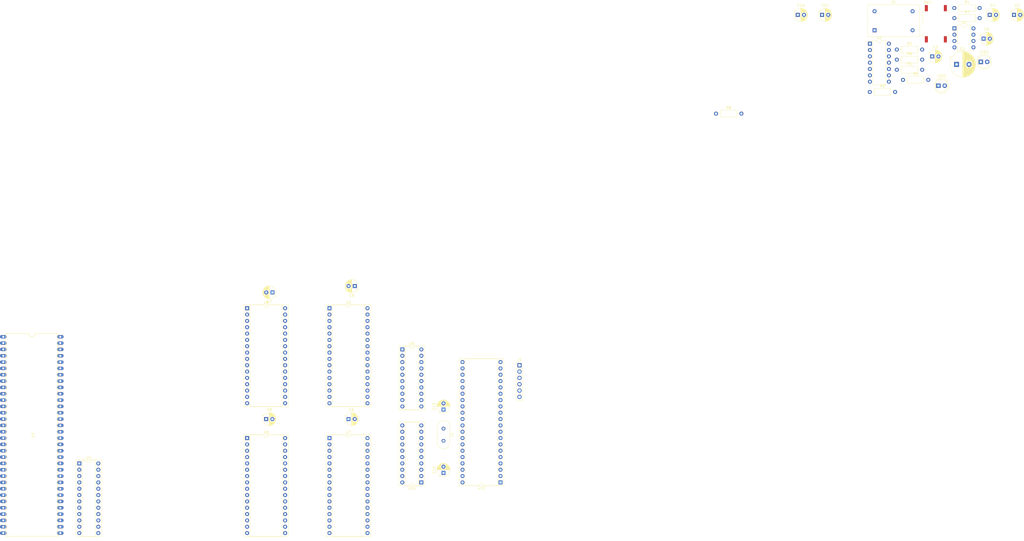
<source format=kicad_pcb>
(kicad_pcb (version 20211014) (generator pcbnew)
  (layers (0 "F.Cu" signal) (31 "B.Cu" signal) (34 "B.Paste" user) (35 "F.Paste" user) (36 "B.SilkS" user "B.Silkscreen") (37 "F.SilkS" user "F.Silkscreen") (38 "B.Mask" user) (39 "F.Mask" user) (44 "Edge.Cuts" user))
  (net 0 "")
  (net 1 "Net-(C1-Pad1)")
  (net 2 "GND")
  (net 3 "VCC")
  (net 4 "Net-(C2-Pad2)")
  (net 5 "Net-(C12-Pad2)")
  (net 6 "Net-(C13-Pad2)")
  (net 9 "RXDA")
  (net 10 "TXDA")
  (net 12 "{slash}RESET")
  (net 13 "Net-(LED1-Pad2)")
  (net 14 "Net-(LED2-Pad1)")
  (net 15 "Net-(LED2-Pad2)")
  (net 16 "Net-(R2-Pad1)")
  (net 17 "{slash}HALT")
  (net 18 "Net-(R7-Pad2)")
  (net 19 "Net-(R8-Pad2)")
  (net 22 "Net-(U1-Pad3)")
  (net 24 "D4")
  (net 25 "D3")
  (net 26 "D2")
  (net 27 "D1")
  (net 28 "D0")
  (net 29 "~{AS}")
  (net 30 "~{UDS}")
  (net 31 "~{LDS}")
  (net 32 "R{slash}~{W}")
  (net 34 "CLK")
  (net 35 "~{HALT}")
  (net 36 "~{RESET}")
  (net 42 "A1")
  (net 43 "A2")
  (net 44 "A3")
  (net 45 "A4")
  (net 46 "A5")
  (net 47 "A6")
  (net 48 "A7")
  (net 49 "A8")
  (net 50 "A9")
  (net 51 "A10")
  (net 52 "A11")
  (net 53 "A12")
  (net 54 "A13")
  (net 55 "A14")
  (net 56 "A15")
  (net 57 "A16")
  (net 58 "A17")
  (net 59 "A18")
  (net 60 "A19")
  (net 61 "A20")
  (net 62 "A21")
  (net 63 "A22")
  (net 64 "A23")
  (net 65 "D15")
  (net 66 "D14")
  (net 67 "D13")
  (net 68 "D12")
  (net 69 "D11")
  (net 70 "D10")
  (net 71 "D9")
  (net 72 "D8")
  (net 73 "D7")
  (net 74 "D6")
  (net 75 "D5")
  (net 80 "~{ROMSEL}")
  (net 81 "~{RAM0SEL}")
  (net 82 "~{DUARTSEL}")
  (net 83 "~{ODDREAD}")
  (net 84 "~{EVENREAD}")
  (net 85 "~{EVENWRITE}")
  (net 90 "~{ODDWRITE}")
  (net 96 "/DUART/RS1")
  (footprint "Capacitor_THT:CP_Radial_D5.0mm_P2.50mm" (layer "F.Cu") (at 417.25 -86.5)
    (fp_text reference "C5" (at 1.25 -3.75) (layer "F.SilkS"))
    (fp_text value "100nF")
    (pad "1" thru_hole rect (at 0 0) (size 1.6 1.6) (drill 0.8) (layers *.Cu *.Mask) (net 3 "VCC"))
    (pad "2" thru_hole circle (at 2.5 0) (size 1.6 1.6) (drill 0.8) (layers *.Cu *.Mask) (net 2 "GND"))
  )
  (footprint "Resistor_THT:R_Axial_DIN0207_L6.3mm_D2.5mm_P10.16mm_Horizontal" (layer "F.Cu") (at 405.505302 -98.8)
    (fp_text reference "R4" (at 5.08 -2.37) (layer "F.SilkS"))
    (fp_text value "4K7")
    (pad "1" thru_hole circle (at 0 0) (size 1.6 1.6) (drill 0.8) (layers *.Cu *.Mask) (net 3 "VCC"))
    (pad "2" thru_hole oval (at 10.16 0) (size 1.6 1.6) (drill 0.8) (layers *.Cu *.Mask) (net 17 "{slash}HALT"))
  )
  (footprint "Connector_PinHeader_2.54mm:PinHeader_1x06_P2.54mm_Vertical" (layer "F.Cu") (at 231.14 44.45)
    (fp_text reference "J1" (at 0 -2.33) (layer "F.SilkS"))
    (fp_text value "Conn_01x06_Male")
    (pad "1" thru_hole rect (at 0 0) (size 1.7 1.7) (drill 1) (layers *.Cu *.Mask) (net 2 "GND"))
    (pad "2" thru_hole oval (at 0 2.54) (size 1.7 1.7) (drill 1) (layers *.Cu *.Mask))
    (pad "3" thru_hole oval (at 0 5.08) (size 1.7 1.7) (drill 1) (layers *.Cu *.Mask))
    (pad "4" thru_hole oval (at 0 7.62) (size 1.7 1.7) (drill 1) (layers *.Cu *.Mask) (net 9 "RXDA"))
    (pad "5" thru_hole oval (at 0 10.16) (size 1.7 1.7) (drill 1) (layers *.Cu *.Mask) (net 10 "TXDA"))
    (pad "6" thru_hole oval (at 0 12.7) (size 1.7 1.7) (drill 1) (layers *.Cu *.Mask))
  )
  (footprint "matsb:MC68000-DIL64" (layer "F.Cu") (at 35.56 72.39 -90)
    (fp_text reference "U3" (at 0 -0.5 -90 unlocked) (layer "F.SilkS"))
    (fp_text value "68010P10")
    (pad "1" thru_hole oval (at -39.37 11.43) (size 2.6416 1.3208) (drill 0.8128) (layers *.Cu *.Mask) (net 24 "D4"))
    (pad "2" thru_hole oval (at -36.83 11.43) (size 2.6416 1.3208) (drill 0.8128) (layers *.Cu *.Mask) (net 25 "D3"))
    (pad "3" thru_hole oval (at -34.29 11.43) (size 2.6416 1.3208) (drill 0.8128) (layers *.Cu *.Mask) (net 26 "D2"))
    (pad "4" thru_hole oval (at -31.75 11.43) (size 2.6416 1.3208) (drill 0.8128) (layers *.Cu *.Mask) (net 27 "D1"))
    (pad "5" thru_hole oval (at -29.21 11.43) (size 2.6416 1.3208) (drill 0.8128) (layers *.Cu *.Mask) (net 28 "D0"))
    (pad "6" thru_hole oval (at -26.67 11.43) (size 2.6416 1.3208) (drill 0.8128) (layers *.Cu *.Mask) (net 29 "~{AS}"))
    (pad "7" thru_hole oval (at -24.13 11.43) (size 2.6416 1.3208) (drill 0.8128) (layers *.Cu *.Mask) (net 30 "~{UDS}"))
    (pad "8" thru_hole oval (at -21.59 11.43) (size 2.6416 1.3208) (drill 0.8128) (layers *.Cu *.Mask) (net 31 "~{LDS}"))
    (pad "9" thru_hole oval (at -19.05 11.43) (size 2.6416 1.3208) (drill 0.8128) (layers *.Cu *.Mask) (net 32 "R{slash}~{W}"))
    (pad "10" thru_hole oval (at -16.51 11.43) (size 2.6416 1.3208) (drill 0.8128) (layers *.Cu *.Mask) (net 2 "GND"))
    (pad "11" thru_hole oval (at -13.97 11.43) (size 2.6416 1.3208) (drill 0.8128) (layers *.Cu *.Mask))
    (pad "12" thru_hole oval (at -11.43 11.43) (size 2.6416 1.3208) (drill 0.8128) (layers *.Cu *.Mask) (net 19 "Net-(R8-Pad2)"))
    (pad "13" thru_hole oval (at -8.89 11.43) (size 2.6416 1.3208) (drill 0.8128) (layers *.Cu *.Mask) (net 19 "Net-(R8-Pad2)"))
    (pad "14" thru_hole oval (at -6.35 11.43) (size 2.6416 1.3208) (drill 0.8128) (layers *.Cu *.Mask) (net 3 "VCC"))
    (pad "15" thru_hole oval (at -3.81 11.43) (size 2.6416 1.3208) (drill 0.8128) (layers *.Cu *.Mask) (net 34 "CLK"))
    (pad "16" thru_hole oval (at -1.27 11.43) (size 2.6416 1.3208) (drill 0.8128) (layers *.Cu *.Mask) (net 2 "GND"))
    (pad "17" thru_hole oval (at 1.27 11.43) (size 2.6416 1.3208) (drill 0.8128) (layers *.Cu *.Mask) (net 35 "~{HALT}"))
    (pad "18" thru_hole oval (at 3.81 11.43) (size 2.6416 1.3208) (drill 0.8128) (layers *.Cu *.Mask) (net 36 "~{RESET}"))
    (pad "19" thru_hole oval (at 6.35 11.43) (size 2.6416 1.3208) (drill 0.8128) (layers *.Cu *.Mask))
    (pad "20" thru_hole oval (at 8.89 11.43) (size 2.6416 1.3208) (drill 0.8128) (layers *.Cu *.Mask))
    (pad "21" thru_hole oval (at 11.43 11.43) (size 2.6416 1.3208) (drill 0.8128) (layers *.Cu *.Mask) (net 19 "Net-(R8-Pad2)"))
    (pad "22" thru_hole oval (at 13.97 11.43) (size 2.6416 1.3208) (drill 0.8128) (layers *.Cu *.Mask) (net 19 "Net-(R8-Pad2)"))
    (pad "23" thru_hole oval (at 16.51 11.43) (size 2.6416 1.3208) (drill 0.8128) (layers *.Cu *.Mask) (net 19 "Net-(R8-Pad2)"))
    (pad "24" thru_hole oval (at 19.05 11.43) (size 2.6416 1.3208) (drill 0.8128) (layers *.Cu *.Mask) (net 19 "Net-(R8-Pad2)"))
    (pad "25" thru_hole oval (at 21.59 11.43) (size 2.6416 1.3208) (drill 0.8128) (layers *.Cu *.Mask) (net 19 "Net-(R8-Pad2)"))
    (pad "26" thru_hole oval (at 24.13 11.43) (size 2.6416 1.3208) (drill 0.8128) (layers *.Cu *.Mask))
    (pad "27" thru_hole oval (at 26.67 11.43) (size 2.6416 1.3208) (drill 0.8128) (layers *.Cu *.Mask))
    (pad "28" thru_hole oval (at 29.21 11.43) (size 2.6416 1.3208) (drill 0.8128) (layers *.Cu *.Mask))
    (pad "29" thru_hole oval (at 31.75 11.43) (size 2.6416 1.3208) (drill 0.8128) (layers *.Cu *.Mask) (net 42 "A1"))
    (pad "30" thru_hole oval (at 34.29 11.43) (size 2.6416 1.3208) (drill 0.8128) (layers *.Cu *.Mask) (net 43 "A2"))
    (pad "31" thru_hole oval (at 36.83 11.43) (size 2.6416 1.3208) (drill 0.8128) (layers *.Cu *.Mask) (net 44 "A3"))
    (pad "32" thru_hole oval (at 39.37 11.43) (size 2.6416 1.3208) (drill 0.8128) (layers *.Cu *.Mask) (net 45 "A4"))
    (pad "33" thru_hole oval (at 39.37 -11.43) (size 2.6416 1.3208) (drill 0.8128) (layers *.Cu *.Mask) (net 46 "A5"))
    (pad "34" thru_hole oval (at 36.83 -11.43) (size 2.6416 1.3208) (drill 0.8128) (layers *.Cu *.Mask) (net 47 "A6"))
    (pad "35" thru_hole oval (at 34.29 -11.43) (size 2.6416 1.3208) (drill 0.8128) (layers *.Cu *.Mask) (net 48 "A7"))
    (pad "36" thru_hole oval (at 31.75 -11.43) (size 2.6416 1.3208) (drill 0.8128) (layers *.Cu *.Mask) (net 49 "A8"))
    (pad "37" thru_hole oval (at 29.21 -11.43) (size 2.6416 1.3208) (drill 0.8128) (layers *.Cu *.Mask) (net 50 "A9"))
    (pad "38" thru_hole oval (at 26.67 -11.43) (size 2.6416 1.3208) (drill 0.8128) (layers *.Cu *.Mask) (net 51 "A10"))
    (pad "39" thru_hole oval (at 24.13 -11.43) (size 2.6416 1.3208) (drill 0.8128) (layers *.Cu *.Mask) (net 52 "A11"))
    (pad "40" thru_hole oval (at 21.59 -11.43) (size 2.6416 1.3208) (drill 0.8128) (layers *.Cu *.Mask) (net 53 "A12"))
    (pad "41" thru_hole oval (at 19.05 -11.43) (size 2.6416 1.3208) (drill 0.8128) (layers *.Cu *.Mask) (net 54 "A13"))
    (pad "42" thru_hole oval (at 16.51 -11.43) (size 2.6416 1.3208) (drill 0.8128) (layers *.Cu *.Mask) (net 55 "A14"))
    (pad "43" thru_hole oval (at 13.97 -11.43) (size 2.6416 1.3208) (drill 0.8128) (layers *.Cu *.Mask) (net 56 "A15"))
    (pad "44" thru_hole oval (at 11.43 -11.43) (size 2.6416 1.3208) (drill 0.8128) (layers *.Cu *.Mask) (net 57 "A16"))
    (pad "45" thru_hole oval (at 8.89 -11.43) (size 2.6416 1.3208) (drill 0.8128) (layers *.Cu *.Mask) (net 58 "A17"))
    (pad "46" thru_hole oval (at 6.35 -11.43) (size 2.6416 1.3208) (drill 0.8128) (layers *.Cu *.Mask) (net 59 "A18"))
    (pad "47" thru_hole oval (at 3.81 -11.43) (size 2.6416 1.3208) (drill 0.8128) (layers *.Cu *.Mask) (net 60 "A19"))
    (pad "48" thru_hole oval (at 1.27 -11.43) (size 2.6416 1.3208) (drill 0.8128) (layers *.Cu *.Mask) (net 61 "A20"))
    (pad "49" thru_hole oval (at -1.27 -11.43) (size 2.6416 1.3208) (drill 0.8128) (layers *.Cu *.Mask) (net 3 "VCC"))
    (pad "50" thru_hole oval (at -3.81 -11.43) (size 2.6416 1.3208) (drill 0.8128) (layers *.Cu *.Mask) (net 62 "A21"))
    (pad "51" thru_hole oval (at -6.35 -11.43) (size 2.6416 1.3208) (drill 0.8128) (layers *.Cu *.Mask) (net 63 "A22"))
    (pad "52" thru_hole oval (at -8.89 -11.43) (size 2.6416 1.3208) (drill 0.8128) (layers *.Cu *.Mask) (net 64 "A23"))
    (pad "53" thru_hole oval (at -11.43 -11.43) (size 2.6416 1.3208) (drill 0.8128) (layers *.Cu *.Mask) (net 2 "GND"))
    (pad "54" thru_hole oval (at -13.97 -11.43) (size 2.6416 1.3208) (drill 0.8128) (layers *.Cu *.Mask) (net 65 "D15"))
    (pad "55" thru_hole oval (at -16.51 -11.43) (size 2.6416 1.3208) (drill 0.8128) (layers *.Cu *.Mask) (net 66 "D14"))
    (pad "56" thru_hole oval (at -19.05 -11.43) (size 2.6416 1.3208) (drill 0.8128) (layers *.Cu *.Mask) (net 67 "D13"))
    (pad "57" thru_hole oval (at -21.59 -11.43) (size 2.6416 1.3208) (drill 0.8128) (layers *.Cu *.Mask) (net 68 "D12"))
    (pad "58" thru_hole oval (at -24.13 -11.43) (size 2.6416 1.3208) (drill 0.8128) (layers *.Cu *.Mask) (net 69 "D11"))
    (pad "59" thru_hole oval (at -26.67 -11.43) (size 2.6416 1.3208) (drill 0.8128) (layers *.Cu *.Mask) (net 70 "D10"))
    (pad "60" thru_hole oval (at -29.21 -11.43) (size 2.6416 1.3208) (drill 0.8128) (layers *.Cu *.Mask) (net 71 "D9"))
    (pad "61" thru_hole oval (at -31.75 -11.43) (size 2.6416 1.3208) (drill 0.8128) (layers *.Cu *.Mask) (net 72 "D8"))
    (pad "62" thru_hole oval (at -34.29 -11.43) (size 2.6416 1.3208) (drill 0.8128) (layers *.Cu *.Mask) (net 73 "D7"))
    (pad "63" thru_hole oval (at -36.83 -11.43) (size 2.6416 1.3208) (drill 0.8128) (layers *.Cu *.Mask) (net 74 "D6"))
    (pad "64" thru_hole oval (at -39.37 -11.43) (size 2.6416 1.3208) (drill 0.8128) (layers *.Cu *.Mask) (net 75 "D5"))
  )
  (footprint "Crystal:Crystal_HC18-U_Vertical" (layer "F.Cu") (at 200.66 69.85 -90)
    (fp_text reference "Y1" (at 2.45 -3.525 90) (layer "F.SilkS"))
    (fp_text value "Crystal")
    (pad "1" thru_hole circle (at 0 0 270) (size 1.5 1.5) (drill 0.8) (layers *.Cu *.Mask) (net 6 "Net-(C13-Pad2)"))
    (pad "2" thru_hole circle (at 4.9 0 270) (size 1.5 1.5) (drill 0.8) (layers *.Cu *.Mask) (net 5 "Net-(C12-Pad2)"))
  )
  (footprint "Package_DIP:DIP-32_W15.24mm_Socket" (layer "F.Cu") (at 154.935 21.59)
    (fp_text reference "U5" (at 7.62 -2.33) (layer "F.SilkS"))
    (fp_text value "SST39SF040")
    (pad "1" thru_hole rect (at 0 0) (size 1.6 1.6) (drill 0.8) (layers *.Cu *.Mask) (net 60 "A19"))
    (pad "2" thru_hole oval (at 0 2.54) (size 1.6 1.6) (drill 0.8) (layers *.Cu *.Mask) (net 58 "A17"))
    (pad "3" thru_hole oval (at 0 5.08) (size 1.6 1.6) (drill 0.8) (layers *.Cu *.Mask) (net 57 "A16"))
    (pad "4" thru_hole oval (at 0 7.62) (size 1.6 1.6) (drill 0.8) (layers *.Cu *.Mask) (net 54 "A13"))
    (pad "5" thru_hole oval (at 0 10.16) (size 1.6 1.6) (drill 0.8) (layers *.Cu *.Mask) (net 49 "A8"))
    (pad "6" thru_hole oval (at 0 12.7) (size 1.6 1.6) (drill 0.8) (layers *.Cu *.Mask) (net 48 "A7"))
    (pad "7" thru_hole oval (at 0 15.24) (size 1.6 1.6) (drill 0.8) (layers *.Cu *.Mask) (net 47 "A6"))
    (pad "8" thru_hole oval (at 0 17.78) (size 1.6 1.6) (drill 0.8) (layers *.Cu *.Mask) (net 46 "A5"))
    (pad "9" thru_hole oval (at 0 20.32) (size 1.6 1.6) (drill 0.8) (layers *.Cu *.Mask) (net 45 "A4"))
    (pad "10" thru_hole oval (at 0 22.86) (size 1.6 1.6) (drill 0.8) (layers *.Cu *.Mask) (net 44 "A3"))
    (pad "11" thru_hole oval (at 0 25.4) (size 1.6 1.6) (drill 0.8) (layers *.Cu *.Mask) (net 43 "A2"))
    (pad "12" thru_hole oval (at 0 27.94) (size 1.6 1.6) (drill 0.8) (layers *.Cu *.Mask) (net 42 "A1"))
    (pad "13" thru_hole oval (at 0 30.48) (size 1.6 1.6) (drill 0.8) (layers *.Cu *.Mask) (net 28 "D0"))
    (pad "14" thru_hole oval (at 0 33.02) (size 1.6 1.6) (drill 0.8) (layers *.Cu *.Mask) (net 27 "D1"))
    (pad "15" thru_hole oval (at 0 35.56) (size 1.6 1.6) (drill 0.8) (layers *.Cu *.Mask) (net 26 "D2"))
    (pad "16" thru_hole oval (at 0 38.1) (size 1.6 1.6) (drill 0.8) (layers *.Cu *.Mask) (net 2 "GND"))
    (pad "17" thru_hole oval (at 15.24 38.1) (size 1.6 1.6) (drill 0.8) (layers *.Cu *.Mask) (net 25 "D3"))
    (pad "18" thru_hole oval (at 15.24 35.56) (size 1.6 1.6) (drill 0.8) (layers *.Cu *.Mask) (net 24 "D4"))
    (pad "19" thru_hole oval (at 15.24 33.02) (size 1.6 1.6) (drill 0.8) (layers *.Cu *.Mask) (net 75 "D5"))
    (pad "20" thru_hole oval (at 15.24 30.48) (size 1.6 1.6) (drill 0.8) (layers *.Cu *.Mask) (net 74 "D6"))
    (pad "21" thru_hole oval (at 15.24 27.94) (size 1.6 1.6) (drill 0.8) (layers *.Cu *.Mask) (net 73 "D7"))
    (pad "22" thru_hole oval (at 15.24 25.4) (size 1.6 1.6) (drill 0.8) (layers *.Cu *.Mask) (net 80 "~{ROMSEL}"))
    (pad "23" thru_hole oval (at 15.24 22.86) (size 1.6 1.6) (drill 0.8) (layers *.Cu *.Mask) (net 52 "A11"))
    (pad "24" thru_hole oval (at 15.24 20.32) (size 1.6 1.6) (drill 0.8) (layers *.Cu *.Mask) (net 83 "~{ODDREAD}"))
    (pad "25" thru_hole oval (at 15.24 17.78) (size 1.6 1.6) (drill 0.8) (layers *.Cu *.Mask) (net 53 "A12"))
    (pad "26" thru_hole oval (at 15.24 15.24) (size 1.6 1.6) (drill 0.8) (layers *.Cu *.Mask) (net 51 "A10"))
    (pad "27" thru_hole oval (at 15.24 12.7) (size 1.6 1.6) (drill 0.8) (layers *.Cu *.Mask) (net 50 "A9"))
    (pad "28" thru_hole oval (at 15.24 10.16) (size 1.6 1.6) (drill 0.8) (layers *.Cu *.Mask) (net 55 "A14"))
    (pad "29" thru_hole oval (at 15.24 7.62) (size 1.6 1.6) (drill 0.8) (layers *.Cu *.Mask) (net 56 "A15"))
    (pad "30" thru_hole oval (at 15.24 5.08) (size 1.6 1.6) (drill 0.8) (layers *.Cu *.Mask) (net 59 "A18"))
    (pad "31" thru_hole oval (at 15.24 2.54) (size 1.6 1.6) (drill 0.8) (layers *.Cu *.Mask) (net 3 "VCC"))
    (pad "32" thru_hole oval (at 15.24 0) (size 1.6 1.6) (drill 0.8) (layers *.Cu *.Mask) (net 3 "VCC"))
  )
  (footprint "Capacitor_THT:CP_Radial_D5.0mm_P2.50mm" (layer "F.Cu") (at 200.66 87.63 90)
    (fp_text reference "C12" (at 1.25 -3.75 90) (layer "F.SilkS"))
    (fp_text value "C")
    (pad "1" thru_hole rect (at 0 0 90) (size 1.6 1.6) (drill 0.8) (layers *.Cu *.Mask) (net 2 "GND"))
    (pad "2" thru_hole circle (at 2.5 0 90) (size 1.6 1.6) (drill 0.8) (layers *.Cu *.Mask) (net 5 "Net-(C12-Pad2)"))
  )
  (footprint "LED_THT:LED_D5.0mm" (layer "F.Cu") (at 416.145302 -77.2)
    (fp_text reference "LED2" (at 1.27 -3.96) (layer "F.SilkS"))
    (fp_text value "GREEN Run")
    (pad "1" thru_hole rect (at 0 0) (size 1.8 1.8) (drill 0.9) (layers *.Cu *.Mask) (net 14 "Net-(LED2-Pad1)"))
    (pad "2" thru_hole circle (at 2.54 0) (size 1.8 1.8) (drill 0.9) (layers *.Cu *.Mask) (net 15 "Net-(LED2-Pad2)"))
  )
  (footprint "Package_DIP:DIP-20_W7.62mm_Socket" (layer "F.Cu") (at 184.16 38.105)
    (fp_text reference "U9" (at 3.81 -2.33) (layer "F.SilkS"))
    (fp_text value "74LS245")
    (pad "1" thru_hole rect (at 0 0) (size 1.6 1.6) (drill 0.8) (layers *.Cu *.Mask) (net 90 "~{ODDWRITE}"))
    (pad "2" thru_hole oval (at 0 2.54) (size 1.6 1.6) (drill 0.8) (layers *.Cu *.Mask) (net 73 "D7"))
    (pad "3" thru_hole oval (at 0 5.08) (size 1.6 1.6) (drill 0.8) (layers *.Cu *.Mask) (net 74 "D6"))
    (pad "4" thru_hole oval (at 0 7.62) (size 1.6 1.6) (drill 0.8) (layers *.Cu *.Mask) (net 75 "D5"))
    (pad "5" thru_hole oval (at 0 10.16) (size 1.6 1.6) (drill 0.8) (layers *.Cu *.Mask) (net 24 "D4"))
    (pad "6" thru_hole oval (at 0 12.7) (size 1.6 1.6) (drill 0.8) (layers *.Cu *.Mask) (net 25 "D3"))
    (pad "7" thru_hole oval (at 0 15.24) (size 1.6 1.6) (drill 0.8) (layers *.Cu *.Mask) (net 26 "D2"))
    (pad "8" thru_hole oval (at 0 17.78) (size 1.6 1.6) (drill 0.8) (layers *.Cu *.Mask) (net 27 "D1"))
    (pad "9" thru_hole oval (at 0 20.32) (size 1.6 1.6) (drill 0.8) (layers *.Cu *.Mask) (net 28 "D0"))
    (pad "10" thru_hole oval (at 0 22.86) (size 1.6 1.6) (drill 0.8) (layers *.Cu *.Mask) (net 2 "GND"))
    (pad "11" thru_hole oval (at 7.62 22.86) (size 1.6 1.6) (drill 0.8) (layers *.Cu *.Mask) (net 28 "D0"))
    (pad "12" thru_hole oval (at 7.62 20.32) (size 1.6 1.6) (drill 0.8) (layers *.Cu *.Mask) (net 27 "D1"))
    (pad "13" thru_hole oval (at 7.62 17.78) (size 1.6 1.6) (drill 0.8) (layers *.Cu *.Mask) (net 26 "D2"))
    (pad "14" thru_hole oval (at 7.62 15.24) (size 1.6 1.6) (drill 0.8) (layers *.Cu *.Mask) (net 25 "D3"))
    (pad "15" thru_hole oval (at 7.62 12.7) (size 1.6 1.6) (drill 0.8) (layers *.Cu *.Mask) (net 24 "D4"))
    (pad "16" thru_hole oval (at 7.62 10.16) (size 1.6 1.6) (drill 0.8) (layers *.Cu *.Mask) (net 75 "D5"))
    (pad "17" thru_hole oval (at 7.62 7.62) (size 1.6 1.6) (drill 0.8) (layers *.Cu *.Mask) (net 74 "D6"))
    (pad "18" thru_hole oval (at 7.62 5.08) (size 1.6 1.6) (drill 0.8) (layers *.Cu *.Mask) (net 73 "D7"))
    (pad "19" thru_hole oval (at 7.62 2.54) (size 1.6 1.6) (drill 0.8) (layers *.Cu *.Mask) (net 82 "~{DUARTSEL}"))
    (pad "20" thru_hole oval (at 7.62 0) (size 1.6 1.6) (drill 0.8) (layers *.Cu *.Mask) (net 3 "VCC"))
  )
  (footprint "Capacitor_THT:CP_Radial_D5.0mm_P2.50mm" (layer "F.Cu") (at 396.66 -79.4)
    (fp_text reference "C3" (at 1.25 -3.75) (layer "F.SilkS"))
    (fp_text value "100nF")
    (pad "1" thru_hole rect (at 0 0) (size 1.6 1.6) (drill 0.8) (layers *.Cu *.Mask) (net 3 "VCC"))
    (pad "2" thru_hole circle (at 2.5 0) (size 1.6 1.6) (drill 0.8) (layers *.Cu *.Mask) (net 2 "GND"))
  )
  (footprint "Oscillator:Oscillator_DIP-14" (layer "F.Cu") (at 373.535302 -89.89)
    (fp_text reference "X1" (at 7.62 -11.26) (layer "F.SilkS"))
    (fp_text value "SG-8002DB 10Mhz")
    (pad "1" thru_hole rect (at 0 0) (size 1.6 1.6) (drill 0.8) (layers *.Cu *.Mask) (net 18 "Net-(R7-Pad2)"))
    (pad "7" thru_hole circle (at 15.24 0) (size 1.6 1.6) (drill 0.8) (layers *.Cu *.Mask) (net 2 "GND"))
    (pad "8" thru_hole circle (at 15.24 -7.62) (size 1.6 1.6) (drill 0.8) (layers *.Cu *.Mask) (net 34 "CLK"))
    (pad "14" thru_hole circle (at 0 -7.62) (size 1.6 1.6) (drill 0.8) (layers *.Cu *.Mask) (net 3 "VCC"))
  )
  (footprint "Resistor_THT:R_Axial_DIN0207_L6.3mm_D2.5mm_P10.16mm_Horizontal" (layer "F.Cu") (at 405.505302 -94.75)
    (fp_text reference "R7" (at 5.08 -2.37) (layer "F.SilkS"))
    (fp_text value "4K7")
    (pad "1" thru_hole circle (at 0 0) (size 1.6 1.6) (drill 0.8) (layers *.Cu *.Mask) (net 3 "VCC"))
    (pad "2" thru_hole oval (at 10.16 0) (size 1.6 1.6) (drill 0.8) (layers *.Cu *.Mask) (net 18 "Net-(R7-Pad2)"))
  )
  (footprint "Resistor_THT:R_Axial_DIN0207_L6.3mm_D2.5mm_P10.16mm_Horizontal" (layer "F.Cu") (at 382.455302 -82.15)
    (fp_text reference "R2" (at 5.08 -2.37) (layer "F.SilkS"))
    (fp_text value "270R")
    (pad "1" thru_hole circle (at 0 0) (size 1.6 1.6) (drill 0.8) (layers *.Cu *.Mask) (net 16 "Net-(R2-Pad1)"))
    (pad "2" thru_hole oval (at 10.16 0) (size 1.6 1.6) (drill 0.8) (layers *.Cu *.Mask) (net 2 "GND"))
  )
  (footprint "Capacitor_THT:CP_Radial_D10.0mm_P5.00mm" (layer "F.Cu") (at 406.4 -76.2)
    (fp_text reference "C1" (at 2.5 -6.25) (layer "F.SilkS"))
    (fp_text value "100uF")
    (pad "1" thru_hole rect (at 0 0) (size 2 2) (drill 1) (layers *.Cu *.Mask) (net 1 "Net-(C1-Pad1)"))
    (pad "2" thru_hole circle (at 5 0) (size 2 2) (drill 1) (layers *.Cu *.Mask) (net 2 "GND"))
  )
  (footprint "Package_DIP:DIP-14_W7.62mm" (layer "F.Cu") (at 371.655302 -84.5)
    (fp_text reference "U2" (at 3.81 -2.33) (layer "F.SilkS"))
    (fp_text value "74LS05")
    (pad "1" thru_hole rect (at 0 0) (size 1.6 1.6) (drill 0.8) (layers *.Cu *.Mask) (net 22 "Net-(U1-Pad3)"))
    (pad "2" thru_hole oval (at 0 2.54) (size 1.6 1.6) (drill 0.8) (layers *.Cu *.Mask) (net 12 "{slash}RESET"))
    (pad "3" thru_hole oval (at 0 5.08) (size 1.6 1.6) (drill 0.8) (layers *.Cu *.Mask) (net 22 "Net-(U1-Pad3)"))
    (pad "4" thru_hole oval (at 0 7.62) (size 1.6 1.6) (drill 0.8) (layers *.Cu *.Mask) (net 17 "{slash}HALT"))
    (pad "5" thru_hole oval (at 0 10.16) (size 1.6 1.6) (drill 0.8) (layers *.Cu *.Mask) (net 17 "{slash}HALT"))
    (pad "6" thru_hole oval (at 0 12.7) (size 1.6 1.6) (drill 0.8) (layers *.Cu *.Mask) (net 14 "Net-(LED2-Pad1)"))
    (pad "7" thru_hole oval (at 0 15.24) (size 1.6 1.6) (drill 0.8) (layers *.Cu *.Mask) (net 2 "GND"))
    (pad "8" thru_hole oval (at 7.62 15.24) (size 1.6 1.6) (drill 0.8) (layers *.Cu *.Mask))
    (pad "9" thru_hole oval (at 7.62 12.7) (size 1.6 1.6) (drill 0.8) (layers *.Cu *.Mask))
    (pad "10" thru_hole oval (at 7.62 10.16) (size 1.6 1.6) (drill 0.8) (layers *.Cu *.Mask))
    (pad "11" thru_hole oval (at 7.62 7.62) (size 1.6 1.6) (drill 0.8) (layers *.Cu *.Mask))
    (pad "12" thru_hole oval (at 7.62 5.08) (size 1.6 1.6) (drill 0.8) (layers *.Cu *.Mask))
    (pad "13" thru_hole oval (at 7.62 2.54) (size 1.6 1.6) (drill 0.8) (layers *.Cu *.Mask))
    (pad "14" thru_hole oval (at 7.62 0) (size 1.6 1.6) (drill 0.8) (layers *.Cu *.Mask) (net 3 "VCC"))
  )
  (footprint "Package_DIP:DIP-32_W15.24mm_Socket" (layer "F.Cu") (at 121.915 73.66)
    (fp_text reference "U6" (at 7.62 -2.33) (layer "F.SilkS"))
    (fp_text value "AS6C4008-55PCN")
    (pad "1" thru_hole rect (at 0 0) (size 1.6 1.6) (drill 0.8) (layers *.Cu *.Mask) (net 60 "A19"))
    (pad "2" thru_hole oval (at 0 2.54) (size 1.6 1.6) (drill 0.8) (layers *.Cu *.Mask) (net 58 "A17"))
    (pad "3" thru_hole oval (at 0 5.08) (size 1.6 1.6) (drill 0.8) (layers *.Cu *.Mask) (net 56 "A15"))
    (pad "4" thru_hole oval (at 0 7.62) (size 1.6 1.6) (drill 0.8) (layers *.Cu *.Mask) (net 54 "A13"))
    (pad "5" thru_hole oval (at 0 10.16) (size 1.6 1.6) (drill 0.8) (layers *.Cu *.Mask) (net 49 "A8"))
    (pad "6" thru_hole oval (at 0 12.7) (size 1.6 1.6) (drill 0.8) (layers *.Cu *.Mask) (net 48 "A7"))
    (pad "7" thru_hole oval (at 0 15.24) (size 1.6 1.6) (drill 0.8) (layers *.Cu *.Mask) (net 47 "A6"))
    (pad "8" thru_hole oval (at 0 17.78) (size 1.6 1.6) (drill 0.8) (layers *.Cu *.Mask) (net 46 "A5"))
    (pad "9" thru_hole oval (at 0 20.32) (size 1.6 1.6) (drill 0.8) (layers *.Cu *.Mask) (net 45 "A4"))
    (pad "10" thru_hole oval (at 0 22.86) (size 1.6 1.6) (drill 0.8) (layers *.Cu *.Mask) (net 44 "A3"))
    (pad "11" thru_hole oval (at 0 25.4) (size 1.6 1.6) (drill 0.8) (layers *.Cu *.Mask) (net 43 "A2"))
    (pad "12" thru_hole oval (at 0 27.94) (size 1.6 1.6) (drill 0.8) (layers *.Cu *.Mask) (net 42 "A1"))
    (pad "13" thru_hole oval (at 0 30.48) (size 1.6 1.6) (drill 0.8) (layers *.Cu *.Mask) (net 28 "D0"))
    (pad "14" thru_hole oval (at 0 33.02) (size 1.6 1.6) (drill 0.8) (layers *.Cu *.Mask) (net 27 "D1"))
    (pad "15" thru_hole oval (at 0 35.56) (size 1.6 1.6) (drill 0.8) (layers *.Cu *.Mask) (net 26 "D2"))
    (pad "16" thru_hole oval (at 0 38.1) (size 1.6 1.6) (drill 0.8) (layers *.Cu *.Mask) (net 2 "GND"))
    (pad "17" thru_hole oval (at 15.24 38.1) (size 1.6 1.6) (drill 0.8) (layers *.Cu *.Mask) (net 25 "D3"))
    (pad "18" thru_hole oval (at 15.24 35.56) (size 1.6 1.6) (drill 0.8) (layers *.Cu *.Mask) (net 24 "D4"))
    (pad "19" thru_hole oval (at 15.24 33.02) (size 1.6 1.6) (drill 0.8) (layers *.Cu *.Mask) (net 75 "D5"))
    (pad "20" thru_hole oval (at 15.24 30.48) (size 1.6 1.6) (drill 0.8) (layers *.Cu *.Mask) (net 74 "D6"))
    (pad "21" thru_hole oval (at 15.24 27.94) (size 1.6 1.6) (drill 0.8) (layers *.Cu *.Mask) (net 73 "D7"))
    (pad "22" thru_hole oval (at 15.24 25.4) (size 1.6 1.6) (drill 0.8) (layers *.Cu *.Mask) (net 81 "~{RAM0SEL}"))
    (pad "23" thru_hole oval (at 15.24 22.86) (size 1.6 1.6) (drill 0.8) (layers *.Cu *.Mask) (net 52 "A11"))
    (pad "24" thru_hole oval (at 15.24 20.32) (size 1.6 1.6) (drill 0.8) (layers *.Cu *.Mask) (net 83 "~{ODDREAD}"))
    (pad "25" thru_hole oval (at 15.24 17.78) (size 1.6 1.6) (drill 0.8) (layers *.Cu *.Mask) (net 53 "A12"))
    (pad "26" thru_hole oval (at 15.24 15.24) (size 1.6 1.6) (drill 0.8) (layers *.Cu *.Mask) (net 51 "A10"))
    (pad "27" thru_hole oval (at 15.24 12.7) (size 1.6 1.6) (drill 0.8) (layers *.Cu *.Mask) (net 50 "A9"))
    (pad "28" thru_hole oval (at 15.24 10.16) (size 1.6 1.6) (drill 0.8) (layers *.Cu *.Mask) (net 55 "A14"))
    (pad "29" thru_hole oval (at 15.24 7.62) (size 1.6 1.6) (drill 0.8) (layers *.Cu *.Mask) (net 90 "~{ODDWRITE}"))
    (pad "30" thru_hole oval (at 15.24 5.08) (size 1.6 1.6) (drill 0.8) (layers *.Cu *.Mask) (net 59 "A18"))
    (pad "31" thru_hole oval (at 15.24 2.54) (size 1.6 1.6) (drill 0.8) (layers *.Cu *.Mask) (net 57 "A16"))
    (pad "32" thru_hole oval (at 15.24 0) (size 1.6 1.6) (drill 0.8) (layers *.Cu *.Mask) (net 3 "VCC"))
  )
  (footprint "Package_DIP:DIP-40_W15.24mm_Socket" (layer "F.Cu") (at 223.525 91.435 180)
    (fp_text reference "U11" (at 7.62 -2.33) (layer "F.SilkS"))
    (fp_text value "68681")
    (pad "1" thru_hole rect (at 0 0 180) (size 1.6 1.6) (drill 0.8) (layers *.Cu *.Mask) (net 96 "/DUART/RS1"))
    (pad "2" thru_hole oval (at 0 2.54 180) (size 1.6 1.6) (drill 0.8) (layers *.Cu *.Mask))
    (pad "3" thru_hole oval (at 0 5.08 180) (size 1.6 1.6) (drill 0.8) (layers *.Cu *.Mask) (net 96 "/DUART/RS1"))
    (pad "4" thru_hole oval (at 0 7.62 180) (size 1.6 1.6) (drill 0.8) (layers *.Cu *.Mask))
    (pad "5" thru_hole oval (at 0 10.16 180) (size 1.6 1.6) (drill 0.8) (layers *.Cu *.Mask) (net 96 "/DUART/RS1"))
    (pad "6" thru_hole oval (at 0 12.7 180) (size 1.6 1.6) (drill 0.8) (layers *.Cu *.Mask) (net 96 "/DUART/RS1"))
    (pad "7" thru_hole oval (at 0 15.24 180) (size 1.6 1.6) (drill 0.8) (layers *.Cu *.Mask))
    (pad "8" thru_hole oval (at 0 17.78 180) (size 1.6 1.6) (drill 0.8) (layers *.Cu *.Mask) (net 90 "~{ODDWRITE}"))
    (pad "9" thru_hole oval (at 0 20.32 180) (size 1.6 1.6) (drill 0.8) (layers *.Cu *.Mask))
    (pad "10" thru_hole oval (at 0 22.86 180) (size 1.6 1.6) (drill 0.8) (layers *.Cu *.Mask))
    (pad "11" thru_hole oval (at 0 25.4 180) (size 1.6 1.6) (drill 0.8) (layers *.Cu *.Mask))
    (pad "12" thru_hole oval (at 0 27.94 180) (size 1.6 1.6) (drill 0.8) (layers *.Cu *.Mask))
    (pad "13" thru_hole oval (at 0 30.48 180) (size 1.6 1.6) (drill 0.8) (layers *.Cu *.Mask))
    (pad "14" thru_hole oval (at 0 33.02 180) (size 1.6 1.6) (drill 0.8) (layers *.Cu *.Mask))
    (pad "15" thru_hole oval (at 0 35.56 180) (size 1.6 1.6) (drill 0.8) (layers *.Cu *.Mask))
    (pad "16" thru_hole oval (at 0 38.1 180) (size 1.6 1.6) (drill 0.8) (layers *.Cu *.Mask) (net 27 "D1"))
    (pad "17" thru_hole oval (at 0 40.64 180) (size 1.6 1.6) (drill 0.8) (layers *.Cu *.Mask) (net 25 "D3"))
    (pad "18" thru_hole oval (at 0 43.18 180) (size 1.6 1.6) (drill 0.8) (layers *.Cu *.Mask) (net 75 "D5"))
    (pad "19" thru_hole oval (at 0 45.72 180) (size 1.6 1.6) (drill 0.8) (layers *.Cu *.Mask) (net 73 "D7"))
    (pad "20" thru_hole oval (at 0 48.26 180) (size 1.6 1.6) (drill 0.8) (layers *.Cu *.Mask) (net 2 "GND"))
    (pad "21" thru_hole oval (at 15.24 48.26 180) (size 1.6 1.6) (drill 0.8) (layers *.Cu *.Mask))
    (pad "22" thru_hole oval (at 15.24 45.72 180) (size 1.6 1.6) (drill 0.8) (layers *.Cu *.Mask) (net 74 "D6"))
    (pad "23" thru_hole oval (at 15.24 43.18 180) (size 1.6 1.6) (drill 0.8) (layers *.Cu *.Mask) (net 24 "D4"))
    (pad "24" thru_hole oval (at 15.24 40.64 180) (size 1.6 1.6) (drill 0.8) (layers *.Cu *.Mask) (net 26 "D2"))
    (pad "25" thru_hole oval (at 15.24 38.1 180) (size 1.6 1.6) (drill 0.8) (layers *.Cu *.Mask) (net 28 "D0"))
    (pad "26" thru_hole oval (at 15.24 35.56 180) (size 1.6 1.6) (drill 0.8) (layers *.Cu *.Mask))
    (pad "27" thru_hole oval (at 15.24 33.02 180) (size 1.6 1.6) (drill 0.8) (layers *.Cu *.Mask))
    (pad "28" thru_hole oval (at 15.24 30.48 180) (size 1.6 1.6) (drill 0.8) (layers *.Cu *.Mask))
    (pad "29" thru_hole oval (at 15.24 27.94 180) (size 1.6 1.6) (drill 0.8) (layers *.Cu *.Mask))
    (pad "30" thru_hole oval (at 15.24 25.4 180) (size 1.6 1.6) (drill 0.8) (layers *.Cu *.Mask) (net 10 "TXDA"))
    (pad "31" thru_hole oval (at 15.24 22.86 180) (size 1.6 1.6) (drill 0.8) (layers *.Cu *.Mask) (net 9 "RXDA"))
    (pad "32" thru_hole oval (at 15.24 20.32 180) (size 1.6 1.6) (drill 0.8) (layers *.Cu *.Mask) (net 6 "Net-(C13-Pad2)"))
    (pad "33" thru_hole oval (at 15.24 17.78 180) (size 1.6 1.6) (drill 0.8) (layers *.Cu *.Mask) (net 5 "Net-(C12-Pad2)"))
    (pad "34" thru_hole oval (at 15.24 15.24 180) (size 1.6 1.6) (drill 0.8) (layers *.Cu *.Mask) (net 12 "{slash}RESET"))
    (pad "35" thru_hole oval (at 15.24 12.7 180) (size 1.6 1.6) (drill 0.8) (layers *.Cu *.Mask) (net 82 "~{DUARTSEL}"))
    (pad "36" thru_hole oval (at 15.24 10.16 180) (size 1.6 1.6) (drill 0.8) (layers *.Cu *.Mask))
    (pad "37" thru_hole oval (at 15.24 7.62 180) (size 1.6 1.6) (drill 0.8) (layers *.Cu *.Mask))
    (pad "38" thru_hole oval (at 15.24 5.08 180) (size 1.6 1.6) (drill 0.8) (layers *.Cu *.Mask))
    (pad "39" thru_hole oval (at 15.24 2.54 180) (size 1.6 1.6) (drill 0.8) (layers *.Cu *.Mask))
    (pad "40" thru_hole oval (at 15.24 0 180) (size 1.6 1.6) (drill 0.8) (layers *.Cu *.Mask) (net 3 "VCC"))
  )
  (footprint "Capacitor_THT:CP_Radial_D5.0mm_P2.50mm" (layer "F.Cu") (at 129.54 66.04)
    (fp_text reference "C8" (at 1.25 -3.75) (layer "F.SilkS"))
    (fp_text value "100nF")
    (pad "1" thru_hole rect (at 0 0) (size 1.6 1.6) (drill 0.8) (layers *.Cu *.Mask) (net 3 "VCC"))
    (pad "2" thru_hole circle (at 2.5 0) (size 1.6 1.6) (drill 0.8) (layers *.Cu *.Mask) (net 2 "GND"))
  )
  (footprint "Capacitor_THT:CP_Radial_D5.0mm_P2.50mm" (layer "F.Cu") (at 200.66 62.23 90)
    (fp_text reference "C13" (at 1.25 -3.75 90) (layer "F.SilkS"))
    (fp_text value "C")
    (pad "1" thru_hole rect (at 0 0 90) (size 1.6 1.6) (drill 0.8) (layers *.Cu *.Mask) (net 2 "GND"))
    (pad "2" thru_hole circle (at 2.5 0 90) (size 1.6 1.6) (drill 0.8) (layers *.Cu *.Mask) (net 6 "Net-(C13-Pad2)"))
  )
  (footprint "Capacitor_THT:CP_Radial_D5.0mm_P2.50mm" (layer "F.Cu") (at 429.45 -96.05)
    (fp_text reference "C2" (at 1.25 -3.75) (layer "F.SilkS"))
    (fp_text value "100nF")
    (pad "1" thru_hole rect (at 0 0) (size 1.6 1.6) (drill 0.8) (layers *.Cu *.Mask) (net 3 "VCC"))
    (pad "2" thru_hole circle (at 2.5 0) (size 1.6 1.6) (drill 0.8) (layers *.Cu *.Mask) (net 4 "Net-(C2-Pad2)"))
  )
  (footprint "Button_Switch_SMD:SW_MEC_5GSH9" (layer "F.Cu") (at 398.105302 -92.5)
    (fp_text reference "SW1" (at -3.325 -8.575 180) (layer "F.SilkS"))
    (fp_text value "HW_RESET_SW")
    (pad "1" smd rect (at -3.81 -6.25 90) (size 2.5 1.2) (layers "F.Cu" "F.Paste" "F.Mask") (net 16 "Net-(R2-Pad1)"))
    (pad "2" smd rect (at -3.81 6.25 90) (size 2.5 1.2) (layers "F.Cu" "F.Paste" "F.Mask"))
    (pad "3" smd rect (at 3.81 -6.25 90) (size 2.5 1.2) (layers "F.Cu" "F.Paste" "F.Mask") (net 1 "Net-(C1-Pad1)"))
    (pad "4" smd rect (at 3.81 6.25 90) (size 2.5 1.2) (layers "F.Cu" "F.Paste" "F.Mask"))
  )
  (footprint "Capacitor_THT:CP_Radial_D5.0mm_P2.50mm" (layer "F.Cu") (at 132.08 15.24 180)
    (fp_text reference "C7" (at 1.25 -3.75 180) (layer "F.SilkS"))
    (fp_text value "100nF")
    (pad "1" thru_hole rect (at 0 0 180) (size 1.6 1.6) (drill 0.8) (layers *.Cu *.Mask) (net 3 "VCC"))
    (pad "2" thru_hole circle (at 2.5 0 180) (size 1.6 1.6) (drill 0.8) (layers *.Cu *.Mask) (net 2 "GND"))
  )
  (footprint "Capacitor_THT:CP_Radial_D5.0mm_P2.50mm" (layer "F.Cu") (at 342.73 -96.05)
    (fp_text reference "C10" (at 1.25 -3.75) (layer "F.SilkS"))
    (fp_text value "100nF")
    (pad "1" thru_hole rect (at 0 0) (size 1.6 1.6) (drill 0.8) (layers *.Cu *.Mask) (net 3 "VCC"))
    (pad "2" thru_hole circle (at 2.5 0) (size 1.6 1.6) (drill 0.8) (layers *.Cu *.Mask) (net 2 "GND"))
  )
  (footprint "Capacitor_THT:CP_Radial_D5.0mm_P2.50mm" (layer "F.Cu") (at 165.1 12.7 180)
    (fp_text reference "C9" (at 1.25 -3.75 180) (layer "F.SilkS"))
    (fp_text value "100nF")
    (pad "1" thru_hole rect (at 0 0 180) (size 1.6 1.6) (drill 0.8) (layers *.Cu *.Mask) (net 3 "VCC"))
    (pad "2" thru_hole circle (at 2.5 0 180) (size 1.6 1.6) (drill 0.8) (layers *.Cu *.Mask) (net 2 "GND"))
  )
  (footprint "Capacitor_THT:CP_Radial_D5.0mm_P2.50mm" (layer "F.Cu") (at 352.47 -96.05)
    (fp_text reference "C11" (at 1.25 -3.75) (layer "F.SilkS"))
    (fp_text value "100nF")
    (pad "1" thru_hole rect (at 0 0) (size 1.6 1.6) (drill 0.8) (layers *.Cu *.Mask) (net 3 "VCC"))
    (pad "2" thru_hole circle (at 2.5 0) (size 1.6 1.6) (drill 0.8) (layers *.Cu *.Mask) (net 2 "GND"))
  )
  (footprint "Capacitor_THT:CP_Radial_D5.0mm_P2.50mm" (layer "F.Cu") (at 419.71 -96.05)
    (fp_text reference "C4" (at 1.25 -3.75) (layer "F.SilkS"))
    (fp_text value "100nF")
    (pad "1" thru_hole rect (at 0 0) (size 1.6 1.6) (drill 0.8) (layers *.Cu *.Mask) (net 3 "VCC"))
    (pad "2" thru_hole circle (at 2.5 0) (size 1.6 1.6) (drill 0.8) (layers *.Cu *.Mask) (net 2 "GND"))
  )
  (footprint "Package_DIP:DIP-8_W7.62mm" (layer "F.Cu") (at 405.555302 -90.65)
    (fp_text reference "U1" (at 3.81 -2.33) (layer "F.SilkS"))
    (fp_text value "NE555P")
    (pad "1" thru_hole rect (at 0 0) (size 1.6 1.6) (drill 0.8) (layers *.Cu *.Mask) (net 2 "GND"))
    (pad "2" thru_hole oval (at 0 2.54) (size 1.6 1.6) (drill 0.8) (layers *.Cu *.Mask) (net 1 "Net-(C1-Pad1)"))
    (pad "3" thru_hole oval (at 0 5.08) (size 1.6 1.6) (drill 0.8) (layers *.Cu *.Mask) (net 22 "Net-(U1-Pad3)"))
    (pad "4" thru_hole oval (at 0 7.62) (size 1.6 1.6) (drill 0.8) (layers *.Cu *.Mask) (net 3 "VCC"))
    (pad "5" thru_hole oval (at 7.62 7.62) (size 1.6 1.6) (drill 0.8) (layers *.Cu *.Mask) (net 4 "Net-(C2-Pad2)"))
    (pad "6" thru_hole oval (at 7.62 5.08) (size 1.6 1.6) (drill 0.8) (layers *.Cu *.Mask) (net 1 "Net-(C1-Pad1)"))
    (pad "7" thru_hole oval (at 7.62 2.54) (size 1.6 1.6) (drill 0.8) (layers *.Cu *.Mask))
    (pad "8" thru_hole oval (at 7.62 0) (size 1.6 1.6) (drill 0.8) (layers *.Cu *.Mask) (net 3 "VCC"))
  )
  (footprint "Package_DIP:DIP-24_W7.62mm_Socket" (layer "F.Cu") (at 54.62 83.815)
    (fp_text reference "U4" (at 3.81 -2.33) (layer "F.SilkS"))
    (fp_text value "GAL22V10")
    (pad "1" thru_hole rect (at 0 0) (size 1.6 1.6) (drill 0.8) (layers *.Cu *.Mask))
    (pad "2" thru_hole oval (at 0 2.54) (size 1.6 1.6) (drill 0.8) (layers *.Cu *.Mask) (net 61 "A20"))
    (pad "3" thru_hole oval (at 0 5.08) (size 1.6 1.6) (drill 0.8) (layers *.Cu *.Mask) (net 62 "A21"))
    (pad "4" thru_hole oval (at 0 7.62) (size 1.6 1.6) (drill 0.8) (layers *.Cu *.Mask) (net 63 "A22"))
    (pad "5" thru_hole oval (at 0 10.16) (size 1.6 1.6) (drill 0.8) (layers *.Cu *.Mask) (net 64 "A23"))
    (pad "6" thru_hole oval (at 0 12.7) (size 1.6 1.6) (drill 0.8) (layers *.Cu *.Mask) (net 29 "~{AS}"))
    (pad "7" thru_hole oval (at 0 15.24) (size 1.6 1.6) (drill 0.8) (layers *.Cu *.Mask) (net 31 "~{LDS}"))
    (pad "8" thru_hole oval (at 0 17.78) (size 1.6 1.6) (drill 0.8) (layers *.Cu *.Mask) (net 32 "R{slash}~{W}"))
    (pad "9" thru_hole oval (at 0 20.32) (size 1.6 1.6) (drill 0.8) (layers *.Cu *.Mask) (net 30 "~{UDS}"))
    (pad "10" thru_hole oval (at 0 22.86) (size 1.6 1.6) (drill 0.8) (layers *.Cu *.Mask))
    (pad "11" thru_hole oval (at 0 25.4) (size 1.6 1.6) (drill 0.8) (layers *.Cu *.Mask))
    (pad "12" thru_hole oval (at 0 27.94) (size 1.6 1.6) (drill 0.8) (layers *.Cu *.Mask) (net 2 "GND"))
    (pad "13" thru_hole oval (at 7.62 27.94) (size 1.6 1.6) (drill 0.8) (layers *.Cu *.Mask))
    (pad "14" thru_hole oval (at 7.62 25.4) (size 1.6 1.6) (drill 0.8) (layers *.Cu *.Mask) (net 80 "~{ROMSEL}"))
    (pad "15" thru_hole oval (at 7.62 22.86) (size 1.6 1.6) (drill 0.8) (layers *.Cu *.Mask) (net 81 "~{RAM0SEL}"))
    (pad "16" thru_hole oval (at 7.62 20.32) (size 1.6 1.6) (drill 0.8) (layers *.Cu *.Mask) (net 82 "~{DUARTSEL}"))
    (pad "17" thru_hole oval (at 7.62 17.78) (size 1.6 1.6) (drill 0.8) (layers *.Cu *.Mask) (net 83 "~{ODDREAD}"))
    (pad "18" thru_hole oval (at 7.62 15.24) (size 1.6 1.6) (drill 0.8) (layers *.Cu *.Mask) (net 84 "~{EVENREAD}"))
    (pad "19" thru_hole oval (at 7.62 12.7) (size 1.6 1.6) (drill 0.8) (layers *.Cu *.Mask) (net 85 "~{EVENWRITE}"))
    (pad "20" thru_hole oval (at 7.62 10.16) (size 1.6 1.6) (drill 0.8) (layers *.Cu *.Mask))
    (pad "21" thru_hole oval (at 7.62 7.62) (size 1.6 1.6) (drill 0.8) (layers *.Cu *.Mask))
    (pad "22" thru_hole oval (at 7.62 5.08) (size 1.6 1.6) (drill 0.8) (layers *.Cu *.Mask))
    (pad "23" thru_hole oval (at 7.62 2.54) (size 1.6 1.6) (drill 0.8) (layers *.Cu *.Mask))
    (pad "24" thru_hole oval (at 7.62 0) (size 1.6 1.6) (drill 0.8) (layers *.Cu *.Mask) (net 3 "VCC"))
  )
  (footprint "Resistor_THT:R_Axial_DIN0207_L6.3mm_D2.5mm_P10.16mm_Horizontal" (layer "F.Cu") (at 371.605302 -65.15)
    (fp_text reference "R3" (at 5.08 -2.37) (layer "F.SilkS"))
    (fp_text value "4K7")
    (pad "1" thru_hole circle (at 0 0) (size 1.6 1.6) (drill 0.8) (layers *.Cu *.Mask) (net 3 "VCC"))
    (pad "2" thru_hole oval (at 10.16 0) (size 1.6 1.6) (drill 0.8) (layers *.Cu *.Mask) (net 12 "{slash}RESET"))
  )
  (footprint "Resistor_THT:R_Axial_DIN0207_L6.3mm_D2.5mm_P10.16mm_Horizontal" (layer "F.Cu") (at 309.955302 -56.45)
    (fp_text reference "R8" (at 5.08 -2.37) (layer "F.SilkS"))
    (fp_text value "4k7")
    (pad "1" thru_hole circle (at 0 0) (size 1.6 1.6) (drill 0.8) (layers *.Cu *.Mask) (net 3 "VCC"))
    (pad "2" thru_hole oval (at 10.16 0) (size 1.6 1.6) (drill 0.8) (layers *.Cu *.Mask) (net 19 "Net-(R8-Pad2)"))
  )
  (footprint "Package_DIP:DIP-20_W7.62mm_Socket" (layer "F.Cu") (at 191.76 91.435 180)
    (fp_text reference "U10" (at 3.81 -2.33) (layer "F.SilkS"))
    (fp_text value "74LS244")
    (pad "1" thru_hole rect (at 0 0 180) (size 1.6 1.6) (drill 0.8) (layers *.Cu *.Mask) (net 82 "~{DUARTSEL}"))
    (pad "2" thru_hole oval (at 0 2.54 180) (size 1.6 1.6) (drill 0.8) (layers *.Cu *.Mask) (net 42 "A1"))
    (pad "3" thru_hole oval (at 0 5.08 180) (size 1.6 1.6) (drill 0.8) (layers *.Cu *.Mask))
    (pad "4" thru_hole oval (at 0 7.62 180) (size 1.6 1.6) (drill 0.8) (layers *.Cu *.Mask) (net 43 "A2"))
    (pad "5" thru_hole oval (at 0 10.16 180) (size 1.6 1.6) (drill 0.8) (layers *.Cu *.Mask))
    (pad "6" thru_hole oval (at 0 12.7 180) (size 1.6 1.6) (drill 0.8) (layers *.Cu *.Mask) (net 44 "A3"))
    (pad "7" thru_hole oval (at 0 15.24 180) (size 1.6 1.6) (drill 0.8) (layers *.Cu *.Mask))
    (pad "8" thru_hole oval (at 0 17.78 180) (size 1.6 1.6) (drill 0.8) (layers *.Cu *.Mask) (net 45 "A4"))
    (pad "9" thru_hole oval (at 0 20.32 180) (size 1.6 1.6) (drill 0.8) (layers *.Cu *.Mask))
    (pad "10" thru_hole oval (at 0 22.86 180) (size 1.6 1.6) (drill 0.8) (layers *.Cu *.Mask) (net 2 "GND"))
    (pad "11" thru_hole oval (at 7.62 22.86 180) (size 1.6 1.6) (drill 0.8) (layers *.Cu *.Mask))
    (pad "12" thru_hole oval (at 7.62 20.32 180) (size 1.6 1.6) (drill 0.8) (layers *.Cu *.Mask) (net 96 "/DUART/RS1"))
    (pad "13" thru_hole oval (at 7.62 17.78 180) (size 1.6 1.6) (drill 0.8) (layers *.Cu *.Mask))
    (pad "14" thru_hole oval (at 7.62 15.24 180) (size 1.6 1.6) (drill 0.8) (layers *.Cu *.Mask) (net 96 "/DUART/RS1"))
    (pad "15" thru_hole oval (at 7.62 12.7 180) (size 1.6 1.6) (drill 0.8) (layers *.Cu *.Mask))
    (pad "16" thru_hole oval (at 7.62 10.16 180) (size 1.6 1.6) (drill 0.8) (layers *.Cu *.Mask) (net 96 "/DUART/RS1"))
    (pad "17" thru_hole oval (at 7.62 7.62 180) (size 1.6 1.6) (drill 0.8) (layers *.Cu *.Mask))
    (pad "18" thru_hole oval (at 7.62 5.08 180) (size 1.6 1.6) (drill 0.8) (layers *.Cu *.Mask) (net 96 "/DUART/RS1"))
    (pad "19" thru_hole oval (at 7.62 2.54 180) (size 1.6 1.6) (drill 0.8) (layers *.Cu *.Mask) (net 3 "VCC"))
    (pad "20" thru_hole oval (at 7.62 0 180) (size 1.6 1.6) (drill 0.8) (layers *.Cu *.Mask) (net 3 "VCC"))
  )
  (footprint "Resistor_THT:R_Axial_DIN0207_L6.3mm_D2.5mm_P10.16mm_Horizontal" (layer "F.Cu") (at 384.915302 -70)
    (fp_text reference "R5" (at 5.08 -2.37) (layer "F.SilkS"))
    (fp_text value "330R")
    (pad "1" thru_hole circle (at 0 0) (size 1.6 1.6) (drill 0.8) (layers *.Cu *.Mask) (net 3 "VCC"))
    (pad "2" thru_hole oval (at 10.16 0) (size 1.6 1.6) (drill 0.8) (layers *.Cu *.Mask) (net 13 "Net-(LED1-Pad2)"))
  )
  (footprint "Resistor_THT:R_Axial_DIN0207_L6.3mm_D2.5mm_P10.16mm_Horizontal" (layer "F.Cu") (at 382.455302 -78.1)
    (fp_text reference "R6" (at 5.08 -2.37) (layer "F.SilkS"))
    (fp_text value "330R")
    (pad "1" thru_hole circle (at 0 0) (size 1.6 1.6) (drill 0.8) (layers *.Cu *.Mask) (net 3 "VCC"))
    (pad "2" thru_hole oval (at 10.16 0) (size 1.6 1.6) (drill 0.8) (layers *.Cu *.Mask) (net 15 "Net-(LED2-Pad2)"))
  )
  (footprint "Resistor_THT:R_Axial_DIN0207_L6.3mm_D2.5mm_P10.16mm_Horizontal" (layer "F.Cu") (at 382.455302 -74.05)
    (fp_text reference "R1" (at 5.08 -2.37) (layer "F.SilkS"))
    (fp_text value "2K2")
    (pad "1" thru_hole circle (at 0 0) (size 1.6 1.6) (drill 0.8) (layers *.Cu *.Mask) (net 3 "VCC"))
    (pad "2" thru_hole oval (at 10.16 0) (size 1.6 1.6) (drill 0.8) (layers *.Cu *.Mask) (net 1 "Net-(C1-Pad1)"))
  )
  (footprint "Package_DIP:DIP-32_W15.24mm_Socket" (layer "F.Cu") (at 121.915 21.59)
    (fp_text reference "U8" (at 7.62 -2.33) (layer "F.SilkS"))
    (fp_text value "AS6C4008-55PCN")
    (pad "1" thru_hole rect (at 0 0) (size 1.6 1.6) (drill 0.8) (layers *.Cu *.Mask) (net 60 "A19"))
    (pad "2" thru_hole oval (at 0 2.54) (size 1.6 1.6) (drill 0.8) (layers *.Cu *.Mask) (net 58 "A17"))
    (pad "3" thru_hole oval (at 0 5.08) (size 1.6 1.6) (drill 0.8) (layers *.Cu *.Mask) (net 56 "A15"))
    (pad "4" thru_hole oval (at 0 7.62) (size 1.6 1.6) (drill 0.8) (layers *.Cu *.Mask) (net 54 "A13"))
    (pad "5" thru_hole oval (at 0 10.16) (size 1.6 1.6) (drill 0.8) (layers *.Cu *.Mask) (net 49 "A8"))
    (pad "6" thru_hole oval (at 0 12.7) (size 1.6 1.6) (drill 0.8) (layers *.Cu *.Mask) (net 48 "A7"))
    (pad "7" thru_hole oval (at 0 15.24) (size 1.6 1.6) (drill 0.8) (layers *.Cu *.Mask) (net 47 "A6"))
    (pad "8" thru_hole oval (at 0 17.78) (size 1.6 1.6) (drill 0.8) (layers *.Cu *.Mask) (net 46 "A5"))
    (pad "9" thru_hole oval (at 0 20.32) (size 1.6 1.6) (drill 0.8) (layers *.Cu *.Mask) (net 45 "A4"))
    (pad "10" thru_hole oval (at 0 22.86) (size 1.6 1.6) (drill 0.8) (layers *.Cu *.Mask) (net 44 "A3"))
    (pad "11" thru_hole oval (at 0 25.4) (size 1.6 1.6) (drill 0.8) (layers *.Cu *.Mask) (net 43 "A2"))
    (pad "12" thru_hole oval (at 0 27.94) (size 1.6 1.6) (drill 0.8) (layers *.Cu *.Mask) (net 42 "A1"))
    (pad "13" thru_hole oval (at 0 30.48) (size 1.6 1.6) (drill 0.8) (layers *.Cu *.Mask) (net 72 "D8"))
    (pad "14" thru_hole oval (at 0 33.02) (size 1.6 1.6) (drill 0.8) (layers *.Cu *.Mask) (net 71 "D9"))
    (pad "15" thru_hole oval (at 0 35.56) (size 1.6 1.6) (drill 0.8) (layers *.Cu *.Mask) (net 70 "D10"))
    (pad "16" thru_hole oval (at 0 38.1) (size 1.6 1.6) (drill 0.8) (layers *.Cu *.Mask) (net 2 "GND"))
    (pad "17" thru_hole oval (at 15.24 38.1) (size 1.6 1.6) (drill 0.8) (layers *.Cu *.Mask) (net 69 "D11"))
    (pad "18" thru_hole oval (at 15.24 35.56) (size 1.6 1.6) (drill 0.8) (layers *.Cu *.Mask) (net 68 "D12"))
    (pad "19" thru_hole oval (at 15.24 33.02) (size 1.6 1.6) (drill 0.8) (layers *.Cu *.Mask) (net 67 "D13"))
    (pad "20" thru_hole oval (at 15.24 30.48) (size 1.6 1.6) (drill 0.8) (layers *.Cu *.Mask) (net 66 "D14"))
    (pad "21" thru_hole oval (at 15.24 27.94) (size 1.6 1.6) (drill 0.8) (layers *.Cu *.Mask) (net 65 "D15"))
    (pad "22" thru_hole oval (at 15.24 25.4) (size 1.6 1.6) (drill 0.8) (layers *.Cu *.Mask) (net 81 "~{RAM0SEL}"))
    (pad "23" thru_hole oval (at 15.24 22.86) (size 1.6 1.6) (drill 0.8) (layers *.Cu *.Mask) (net 52 "A11"))
    (pad "24" thru_hole oval (at 15.24 20.32) (size 1.6 1.6) (drill 0.8) (layers *.Cu *.Mask) (net 84 "~{EVENREAD}"))
    (pad "25" thru_hole oval (at 15.24 17.78) (size 1.6 1.6) (drill 0.8) (layers *.Cu *.Mask) (net 53 "A12"))
    (pad "26" thru_hole oval (at 15.24 15.24) (size 1.6 1.6) (drill 0.8) (layers *.Cu *.Mask) (net 51 "A10"))
    (pad "27" thru_hole oval (at 15.24 12.7) (size 1.6 1.6) (drill 0.8) (layers *.Cu *.Mask) (net 50 "A9"))
    (pad "28" thru_hole oval (at 15.24 10.16) (size 1.6 1.6) (drill 0.8) (layers *.Cu *.Mask) (net 55 "A14"))
    (pad "29" thru_hole oval (at 15.24 7.62) (size 1.6 1.6) (drill 0.8) (layers *.Cu *.Mask) (net 85 "~{EVENWRITE}"))
    (pad "30" thru_hole oval (at 15.24 5.08) (size 1.6 1.6) (drill 0.8) (layers *.Cu *.Mask) (net 59 "A18"))
    (pad "31" thru_hole oval (at 15.24 2.54) (size 1.6 1.6) (drill 0.8) (layers *.Cu *.Mask) (net 57 "A16"))
    (pad "32" thru_hole oval (at 15.24 0) (size 1.6 1.6) (drill 0.8) (layers *.Cu *.Mask) (net 3 "VCC"))
  )
  (footprint "Package_DIP:DIP-32_W15.24mm_Socket" (layer "F.Cu") (at 154.935 73.66)
    (fp_text reference "U7" (at 7.62 -2.33) (layer "F.SilkS"))
    (fp_text value "SST39SF040")
    (pad "1" thru_hole rect (at 0 0) (size 1.6 1.6) (drill 0.8) (layers *.Cu *.Mask) (net 60 "A19"))
    (pad "2" thru_hole oval (at 0 2.54) (size 1.6 1.6) (drill 0.8) (layers *.Cu *.Mask) (net 58 "A17"))
    (pad "3" thru_hole oval (at 0 5.08) (size 1.6 1.6) (drill 0.8) (layers *.Cu *.Mask) (net 57 "A16"))
    (pad "4" thru_hole oval (at 0 7.62) (size 1.6 1.6) (drill 0.8) (layers *.Cu *.Mask) (net 54 "A13"))
    (pad "5" thru_hole oval (at 0 10.16) (size 1.6 1.6) (drill 0.8) (layers *.Cu *.Mask) (net 49 "A8"))
    (pad "6" thru_hole oval (at 0 12.7) (size 1.6 1.6) (drill 0.8) (layers *.Cu *.Mask) (net 48 "A7"))
    (pad "7" thru_hole oval (at 0 15.24) (size 1.6 1.6) (drill 0.8) (layers *.Cu *.Mask) (net 47 "A6"))
    (pad "8" thru_hole oval (at 0 17.78) (size 1.6 1.6) (drill 0.8) (layers *.Cu *.Mask) (net 46 "A5"))
    (pad "9" thru_hole oval (at 0 20.32) (size 1.6 1.6) (drill 0.8) (layers *.Cu *.Mask) (net 45 "A4"))
    (pad "10" thru_hole oval (at 0 22.86) (size 1.6 1.6) (drill 0.8) (layers *.Cu *.Mask) (net 44 "A3"))
    (pad "11" thru_hole oval (at 0 25.4) (size 1.6 1.6) (drill 0.8) (layers *.Cu *.Mask) (net 43 "A2"))
    (pad "12" thru_hole oval (at 0 27.94) (size 1.6 1.6) (drill 0.8) (layers *.Cu *.Mask) (net 42 "A1"))
    (pad "13" thru_hole oval (at 0 30.48) (size 1.6 1.6) (drill 0.8) (layers *.Cu *.Mask) (net 72 "D8"))
    (pad "14" thru_hole oval (at 0 33.02) (size 1.6 1.6) (drill 0.8) (layers *.Cu *.Mask) (net 71 "D9"))
    (pad "15" thru_hole oval (at 0 35.56) (size 1.6 1.6) (drill 0.8) (layers *.Cu *.Mask) (net 70 "D10"))
    (pad "16" thru_hole oval (at 0 38.1) (size 1.6 1.6) (drill 0.8) (layers *.Cu *.Mask) (net 2 "GND"))
    (pad "17" thru_hole oval (at 15.24 38.1) (size 1.6 1.6) (drill 0.8) (layers *.Cu *.Mask) (net 69 "D11"))
    (pad "18" thru_hole oval (at 15.24 35.56) (size 1.6 1.6) (drill 0.8) (layers *.Cu *.Mask) (net 68 "D12"))
    (pad "19" thru_hole oval (at 15.24 33.02) (size 1.6 1.6) (drill 0.8) (layers *.Cu *.Mask) (net 67 "D13"))
    (pad "20" thru_hole oval (at 15.24 30.48) (size 1.6 1.6) (drill 0.8) (layers *.Cu *.Mask) (net 66 "D14"))
    (pad "21" thru_hole oval (at 15.24 27.94) (size 1.6 1.6) (drill 0.8) (layers *.Cu *.Mask) (net 65 "D15"))
    (pad "22" thru_hole oval (at 15.24 25.4) (size 1.6 1.6) (drill 0.8) (layers *.Cu *.Mask) (net 80 "~{ROMSEL}"))
    (pad "23" thru_hole oval (at 15.24 22.86) (size 1.6 1.6) (drill 0.8) (layers *.Cu *.Mask) (net 52 "A11"))
    (pad "24" thru_hole oval (at 15.24 20.32) (size 1.6 1.6) (drill 0.8) (layers *.Cu *.Mask) (net 84 "~{EVENREAD}"))
    (pad "25" thru_hole oval (at 15.24 17.78) (size 1.6 1.6) (drill 0.8) (layers *.Cu *.Mask) (net 53 "A12"))
    (pad "26" thru_hole oval (at 15.24 15.24) (size 1.6 1.6) (drill 0.8) (layers *.Cu *.Mask) (net 51 "A10"))
    (pad "27" thru_hole oval (at 15.24 12.7) (size 1.6 1.6) (drill 0.8) (layers *.Cu *.Mask) (net 50 "A9"))
    (pad "28" thru_hole oval (at 15.24 10.16) (size 1.6 1.6) (drill 0.8) (layers *.Cu *.Mask) (net 55 "A14"))
    (pad "29" thru_hole oval (at 15.24 7.62) (size 1.6 1.6) (drill 0.8) (layers *.Cu *.Mask) (net 56 "A15"))
    (pad "30" thru_hole oval (at 15.24 5.08) (size 1.6 1.6) (drill 0.8) (layers *.Cu *.Mask) (net 59 "A18"))
    (pad "31" thru_hole oval (at 15.24 2.54) (size 1.6 1.6) (drill 0.8) (layers *.Cu *.Mask) (net 3 "VCC"))
    (pad "32" thru_hole oval (at 15.24 0) (size 1.6 1.6) (drill 0.8) (layers *.Cu *.Mask) (net 3 "VCC"))
  )
  (footprint "Capacitor_THT:CP_Radial_D5.0mm_P2.50mm" (layer "F.Cu") (at 162.56 66.04)
    (fp_text reference "C6" (at 1.25 -3.75) (layer "F.SilkS"))
    (fp_text value "100nF")
    (pad "1" thru_hole rect (at 0 0) (size 1.6 1.6) (drill 0.8) (layers *.Cu *.Mask) (net 3 "VCC"))
    (pad "2" thru_hole circle (at 2.5 0) (size 1.6 1.6) (drill 0.8) (layers *.Cu *.Mask) (net 2 "GND"))
  )
  (footprint "LED_THT:LED_D5.0mm" (layer "F.Cu") (at 399.125302 -67.65)
    (fp_text reference "LED1" (at 1.27 -3.96) (layer "F.SilkS"))
    (fp_text value "RED Reset")
    (pad "1" thru_hole rect (at 0 0) (size 1.8 1.8) (drill 0.9) (layers *.Cu *.Mask) (net 12 "{slash}RESET"))
    (pad "2" thru_hole circle (at 2.54 0) (size 1.8 1.8) (drill 0.9) (layers *.Cu *.Mask) (net 13 "Net-(LED1-Pad2)"))
  )
)
</source>
